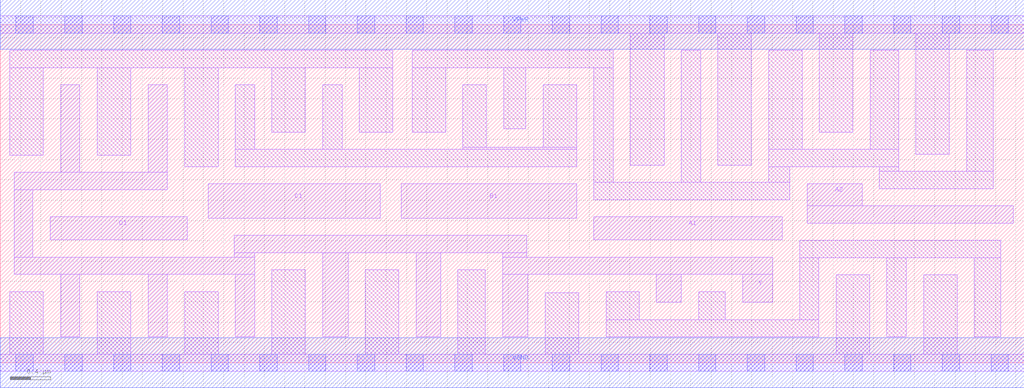
<source format=lef>
# Copyright 2020 The SkyWater PDK Authors
#
# Licensed under the Apache License, Version 2.0 (the "License");
# you may not use this file except in compliance with the License.
# You may obtain a copy of the License at
#
#     https://www.apache.org/licenses/LICENSE-2.0
#
# Unless required by applicable law or agreed to in writing, software
# distributed under the License is distributed on an "AS IS" BASIS,
# WITHOUT WARRANTIES OR CONDITIONS OF ANY KIND, either express or implied.
# See the License for the specific language governing permissions and
# limitations under the License.
#
# SPDX-License-Identifier: Apache-2.0

VERSION 5.7 ;
  NOWIREEXTENSIONATPIN ON ;
  DIVIDERCHAR "/" ;
  BUSBITCHARS "[]" ;
UNITS
  DATABASE MICRONS 200 ;
END UNITS
MACRO sky130_fd_sc_lp__a2111oi_4
  CLASS CORE ;
  FOREIGN sky130_fd_sc_lp__a2111oi_4 ;
  ORIGIN  0.000000  0.000000 ;
  SIZE  10.08000 BY  3.330000 ;
  SYMMETRY X Y R90 ;
  SITE unit ;
  PIN A1
    ANTENNAGATEAREA  1.260000 ;
    DIRECTION INPUT ;
    USE SIGNAL ;
    PORT
      LAYER li1 ;
        RECT 5.845000 1.210000 7.700000 1.435000 ;
    END
  END A1
  PIN A2
    ANTENNAGATEAREA  1.260000 ;
    DIRECTION INPUT ;
    USE SIGNAL ;
    PORT
      LAYER li1 ;
        RECT 7.945000 1.375000 9.975000 1.545000 ;
        RECT 7.945000 1.545000 8.485000 1.760000 ;
    END
  END A2
  PIN B1
    ANTENNAGATEAREA  1.260000 ;
    DIRECTION INPUT ;
    USE SIGNAL ;
    PORT
      LAYER li1 ;
        RECT 3.950000 1.425000 5.675000 1.760000 ;
    END
  END B1
  PIN C1
    ANTENNAGATEAREA  1.260000 ;
    DIRECTION INPUT ;
    USE SIGNAL ;
    PORT
      LAYER li1 ;
        RECT 2.050000 1.425000 3.740000 1.760000 ;
    END
  END C1
  PIN D1
    ANTENNAGATEAREA  1.260000 ;
    DIRECTION INPUT ;
    USE SIGNAL ;
    PORT
      LAYER li1 ;
        RECT 0.490000 1.210000 1.840000 1.435000 ;
    END
  END D1
  PIN Y
    ANTENNADIFFAREA  2.587200 ;
    DIRECTION OUTPUT ;
    USE SIGNAL ;
    PORT
      LAYER li1 ;
        RECT 0.140000 0.870000 2.505000 1.040000 ;
        RECT 0.140000 1.040000 0.320000 1.705000 ;
        RECT 0.140000 1.705000 1.645000 1.875000 ;
        RECT 0.595000 0.255000 0.785000 0.870000 ;
        RECT 0.595000 1.875000 0.785000 2.735000 ;
        RECT 1.455000 0.255000 1.645000 0.870000 ;
        RECT 1.455000 1.875000 1.645000 2.735000 ;
        RECT 2.305000 1.040000 2.505000 1.085000 ;
        RECT 2.305000 1.085000 5.185000 1.255000 ;
        RECT 2.315000 0.255000 2.505000 0.870000 ;
        RECT 3.175000 0.255000 3.425000 1.085000 ;
        RECT 4.095000 0.255000 4.335000 1.085000 ;
        RECT 4.945000 0.255000 5.195000 0.870000 ;
        RECT 4.945000 0.870000 7.605000 1.040000 ;
        RECT 4.945000 1.040000 5.185000 1.085000 ;
        RECT 6.460000 0.595000 6.705000 0.870000 ;
        RECT 7.310000 0.595000 7.605000 0.870000 ;
    END
  END Y
  PIN VGND
    DIRECTION INOUT ;
    USE GROUND ;
    PORT
      LAYER met1 ;
        RECT 0.000000 -0.245000 10.080000 0.245000 ;
    END
  END VGND
  PIN VPWR
    DIRECTION INOUT ;
    USE POWER ;
    PORT
      LAYER met1 ;
        RECT 0.000000 3.085000 10.080000 3.575000 ;
    END
  END VPWR
  OBS
    LAYER li1 ;
      RECT 0.000000 -0.085000 10.080000 0.085000 ;
      RECT 0.000000  3.245000 10.080000 3.415000 ;
      RECT 0.095000  0.085000  0.425000 0.700000 ;
      RECT 0.095000  2.045000  0.425000 2.905000 ;
      RECT 0.095000  2.905000  3.865000 3.075000 ;
      RECT 0.955000  0.085000  1.285000 0.700000 ;
      RECT 0.955000  2.045000  1.285000 2.905000 ;
      RECT 1.815000  0.085000  2.145000 0.700000 ;
      RECT 1.815000  1.930000  2.145000 2.905000 ;
      RECT 2.315000  1.930000  5.675000 2.100000 ;
      RECT 2.315000  2.100000  2.505000 2.735000 ;
      RECT 2.675000  0.085000  3.005000 0.915000 ;
      RECT 2.675000  2.270000  3.005000 2.905000 ;
      RECT 3.175000  2.100000  3.365000 2.735000 ;
      RECT 3.535000  2.270000  3.865000 2.905000 ;
      RECT 3.595000  0.085000  3.925000 0.915000 ;
      RECT 4.055000  2.270000  4.385000 2.905000 ;
      RECT 4.055000  2.905000  6.035000 3.075000 ;
      RECT 4.505000  0.085000  4.775000 0.915000 ;
      RECT 4.555000  2.100000  5.675000 2.120000 ;
      RECT 4.555000  2.120000  4.785000 2.735000 ;
      RECT 4.955000  2.305000  5.175000 2.905000 ;
      RECT 5.345000  2.120000  5.675000 2.735000 ;
      RECT 5.365000  0.085000  5.695000 0.690000 ;
      RECT 5.845000  1.605000  7.775000 1.775000 ;
      RECT 5.845000  1.775000  6.035000 2.905000 ;
      RECT 5.965000  0.255000  8.060000 0.425000 ;
      RECT 5.965000  0.425000  6.290000 0.700000 ;
      RECT 6.205000  1.945000  6.535000 3.245000 ;
      RECT 6.705000  1.775000  6.895000 3.075000 ;
      RECT 6.875000  0.425000  7.140000 0.700000 ;
      RECT 7.065000  1.945000  7.395000 3.245000 ;
      RECT 7.565000  1.775000  7.775000 1.930000 ;
      RECT 7.565000  1.930000  8.845000 2.100000 ;
      RECT 7.565000  2.100000  7.895000 3.075000 ;
      RECT 7.870000  0.425000  8.060000 1.035000 ;
      RECT 7.870000  1.035000  9.850000 1.205000 ;
      RECT 8.065000  2.270000  8.395000 3.245000 ;
      RECT 8.230000  0.085000  8.560000 0.865000 ;
      RECT 8.565000  2.100000  8.845000 3.075000 ;
      RECT 8.655000  1.715000  9.775000 1.885000 ;
      RECT 8.655000  1.885000  8.845000 1.930000 ;
      RECT 8.730000  0.255000  8.920000 1.035000 ;
      RECT 9.015000  2.055000  9.345000 3.245000 ;
      RECT 9.090000  0.085000  9.420000 0.865000 ;
      RECT 9.515000  1.885000  9.775000 3.075000 ;
      RECT 9.590000  0.255000  9.850000 1.035000 ;
    LAYER mcon ;
      RECT 0.155000 -0.085000 0.325000 0.085000 ;
      RECT 0.155000  3.245000 0.325000 3.415000 ;
      RECT 0.635000 -0.085000 0.805000 0.085000 ;
      RECT 0.635000  3.245000 0.805000 3.415000 ;
      RECT 1.115000 -0.085000 1.285000 0.085000 ;
      RECT 1.115000  3.245000 1.285000 3.415000 ;
      RECT 1.595000 -0.085000 1.765000 0.085000 ;
      RECT 1.595000  3.245000 1.765000 3.415000 ;
      RECT 2.075000 -0.085000 2.245000 0.085000 ;
      RECT 2.075000  3.245000 2.245000 3.415000 ;
      RECT 2.555000 -0.085000 2.725000 0.085000 ;
      RECT 2.555000  3.245000 2.725000 3.415000 ;
      RECT 3.035000 -0.085000 3.205000 0.085000 ;
      RECT 3.035000  3.245000 3.205000 3.415000 ;
      RECT 3.515000 -0.085000 3.685000 0.085000 ;
      RECT 3.515000  3.245000 3.685000 3.415000 ;
      RECT 3.995000 -0.085000 4.165000 0.085000 ;
      RECT 3.995000  3.245000 4.165000 3.415000 ;
      RECT 4.475000 -0.085000 4.645000 0.085000 ;
      RECT 4.475000  3.245000 4.645000 3.415000 ;
      RECT 4.955000 -0.085000 5.125000 0.085000 ;
      RECT 4.955000  3.245000 5.125000 3.415000 ;
      RECT 5.435000 -0.085000 5.605000 0.085000 ;
      RECT 5.435000  3.245000 5.605000 3.415000 ;
      RECT 5.915000 -0.085000 6.085000 0.085000 ;
      RECT 5.915000  3.245000 6.085000 3.415000 ;
      RECT 6.395000 -0.085000 6.565000 0.085000 ;
      RECT 6.395000  3.245000 6.565000 3.415000 ;
      RECT 6.875000 -0.085000 7.045000 0.085000 ;
      RECT 6.875000  3.245000 7.045000 3.415000 ;
      RECT 7.355000 -0.085000 7.525000 0.085000 ;
      RECT 7.355000  3.245000 7.525000 3.415000 ;
      RECT 7.835000 -0.085000 8.005000 0.085000 ;
      RECT 7.835000  3.245000 8.005000 3.415000 ;
      RECT 8.315000 -0.085000 8.485000 0.085000 ;
      RECT 8.315000  3.245000 8.485000 3.415000 ;
      RECT 8.795000 -0.085000 8.965000 0.085000 ;
      RECT 8.795000  3.245000 8.965000 3.415000 ;
      RECT 9.275000 -0.085000 9.445000 0.085000 ;
      RECT 9.275000  3.245000 9.445000 3.415000 ;
      RECT 9.755000 -0.085000 9.925000 0.085000 ;
      RECT 9.755000  3.245000 9.925000 3.415000 ;
  END
END sky130_fd_sc_lp__a2111oi_4
END LIBRARY

</source>
